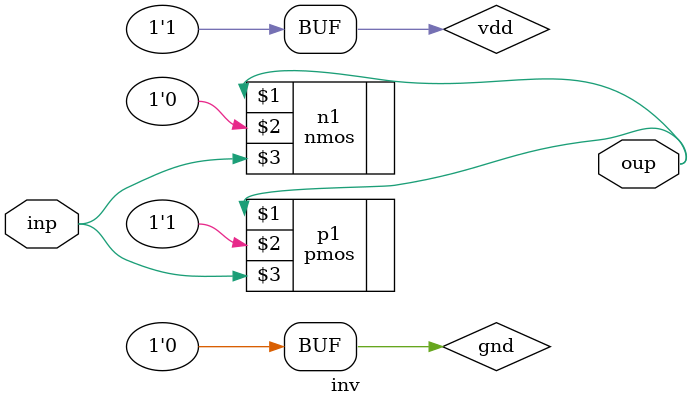
<source format=v>
module inv(input inp, output oup);
wire w1;
supply1 vdd;
supply0 gnd;
nmos n1 (oup, gnd, inp);
pmos p1 (oup, vdd, inp);
endmodule
</source>
